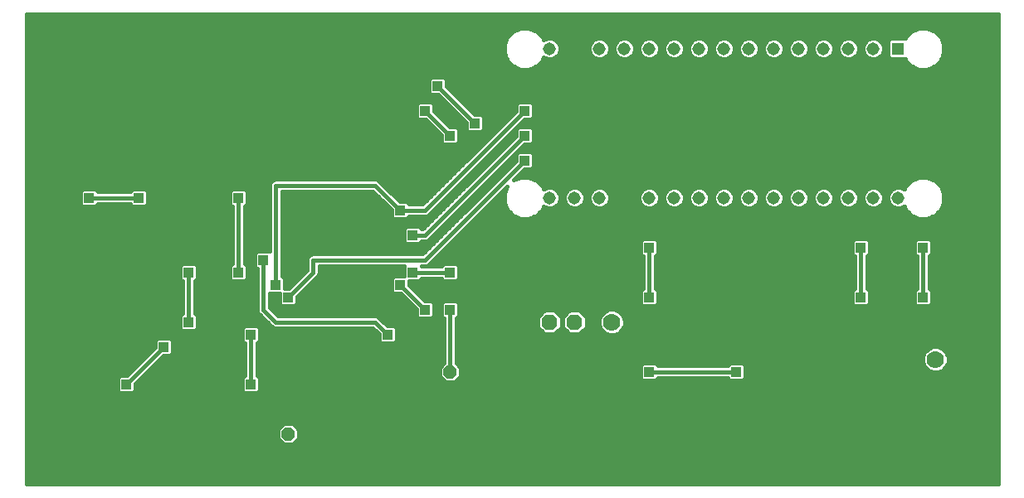
<source format=gbl>
G75*
%MOIN*%
%OFA0B0*%
%FSLAX24Y24*%
%IPPOS*%
%LPD*%
%AMOC8*
5,1,8,0,0,1.08239X$1,22.5*
%
%ADD10R,0.0515X0.0515*%
%ADD11C,0.0515*%
%ADD12C,0.0700*%
%ADD13OC8,0.0630*%
%ADD14OC8,0.0520*%
%ADD15C,0.0160*%
%ADD16R,0.0396X0.0396*%
D10*
X035680Y018180D03*
D11*
X034680Y018180D03*
X033680Y018180D03*
X032680Y018180D03*
X031680Y018180D03*
X030680Y018180D03*
X029680Y018180D03*
X028680Y018180D03*
X027680Y018180D03*
X026680Y018180D03*
X025680Y018180D03*
X024680Y018180D03*
X023680Y018180D03*
X022680Y018180D03*
X021680Y018180D03*
X021680Y012180D03*
X022680Y012180D03*
X023680Y012180D03*
X024680Y012180D03*
X025680Y012180D03*
X026680Y012180D03*
X027680Y012180D03*
X028680Y012180D03*
X029680Y012180D03*
X030680Y012180D03*
X031680Y012180D03*
X032680Y012180D03*
X033680Y012180D03*
X034680Y012180D03*
X035680Y012180D03*
D12*
X024180Y007180D03*
X037180Y005680D03*
D13*
X022680Y007180D03*
X021680Y007180D03*
D14*
X017680Y005180D03*
X014180Y002680D03*
X011180Y002680D03*
X017680Y002180D03*
D15*
X000660Y000660D02*
X000660Y019570D01*
X039692Y019570D01*
X039692Y000660D01*
X000660Y000660D01*
X000660Y000814D02*
X039692Y000814D01*
X039692Y000973D02*
X000660Y000973D01*
X000660Y001131D02*
X039692Y001131D01*
X039692Y001290D02*
X000660Y001290D01*
X000660Y001448D02*
X039692Y001448D01*
X039692Y001607D02*
X000660Y001607D01*
X000660Y001765D02*
X039692Y001765D01*
X039692Y001924D02*
X000660Y001924D01*
X000660Y002082D02*
X039692Y002082D01*
X039692Y002241D02*
X000660Y002241D01*
X000660Y002399D02*
X010867Y002399D01*
X010760Y002506D02*
X011006Y002260D01*
X011354Y002260D01*
X011600Y002506D01*
X011600Y002854D01*
X011354Y003100D01*
X011006Y003100D01*
X010760Y002854D01*
X010760Y002506D01*
X010760Y002558D02*
X000660Y002558D01*
X000660Y002716D02*
X010760Y002716D01*
X010781Y002875D02*
X000660Y002875D01*
X000660Y003033D02*
X010939Y003033D01*
X011421Y003033D02*
X039692Y003033D01*
X039692Y002875D02*
X011579Y002875D01*
X011600Y002716D02*
X039692Y002716D01*
X039692Y002558D02*
X011600Y002558D01*
X011493Y002399D02*
X039692Y002399D01*
X039692Y003192D02*
X000660Y003192D01*
X000660Y003350D02*
X039692Y003350D01*
X039692Y003509D02*
X000660Y003509D01*
X000660Y003667D02*
X039692Y003667D01*
X039692Y003826D02*
X000660Y003826D01*
X000660Y003984D02*
X039692Y003984D01*
X039692Y004143D02*
X000660Y004143D01*
X000660Y004301D02*
X039692Y004301D01*
X039692Y004460D02*
X010038Y004460D01*
X010038Y004416D02*
X009944Y004322D01*
X009416Y004322D01*
X009322Y004416D01*
X009322Y004944D01*
X009416Y005038D01*
X009440Y005038D01*
X009440Y006322D01*
X009416Y006322D01*
X009322Y006416D01*
X009322Y006944D01*
X009416Y007038D01*
X009944Y007038D01*
X010038Y006944D01*
X010038Y006416D01*
X009944Y006322D01*
X009920Y006322D01*
X009920Y005038D01*
X009944Y005038D01*
X010038Y004944D01*
X010038Y004416D01*
X010038Y004618D02*
X039692Y004618D01*
X039692Y004777D02*
X017870Y004777D01*
X017854Y004760D02*
X018100Y005006D01*
X018100Y005354D01*
X017920Y005534D01*
X017920Y007322D01*
X017944Y007322D01*
X018038Y007416D01*
X018038Y007944D01*
X017944Y008038D01*
X017416Y008038D01*
X017322Y007944D01*
X017322Y007416D01*
X017416Y007322D01*
X017440Y007322D01*
X017440Y005534D01*
X017260Y005354D01*
X017260Y005006D01*
X017506Y004760D01*
X017854Y004760D01*
X018029Y004935D02*
X025322Y004935D01*
X025322Y004916D02*
X025416Y004822D01*
X025944Y004822D01*
X026038Y004916D01*
X026038Y004940D01*
X028822Y004940D01*
X028822Y004916D01*
X028916Y004822D01*
X029444Y004822D01*
X029538Y004916D01*
X029538Y005444D01*
X029444Y005538D01*
X028916Y005538D01*
X028822Y005444D01*
X028822Y005420D01*
X026038Y005420D01*
X026038Y005444D01*
X025944Y005538D01*
X025416Y005538D01*
X025322Y005444D01*
X025322Y004916D01*
X025322Y005094D02*
X018100Y005094D01*
X018100Y005252D02*
X025322Y005252D01*
X025322Y005411D02*
X018043Y005411D01*
X017920Y005569D02*
X036674Y005569D01*
X036670Y005579D02*
X036748Y005391D01*
X036891Y005248D01*
X037079Y005170D01*
X037281Y005170D01*
X037469Y005248D01*
X037612Y005391D01*
X037690Y005579D01*
X037690Y005781D01*
X037612Y005969D01*
X037469Y006112D01*
X037281Y006190D01*
X037079Y006190D01*
X036891Y006112D01*
X036748Y005969D01*
X036670Y005781D01*
X036670Y005579D01*
X036670Y005728D02*
X017920Y005728D01*
X017920Y005886D02*
X036713Y005886D01*
X036823Y006045D02*
X017920Y006045D01*
X017920Y006203D02*
X039692Y006203D01*
X039692Y006045D02*
X037537Y006045D01*
X037647Y005886D02*
X039692Y005886D01*
X039692Y005728D02*
X037690Y005728D01*
X037686Y005569D02*
X039692Y005569D01*
X039692Y005411D02*
X037620Y005411D01*
X037473Y005252D02*
X039692Y005252D01*
X039692Y005094D02*
X029538Y005094D01*
X029538Y005252D02*
X036887Y005252D01*
X036740Y005411D02*
X029538Y005411D01*
X029180Y005180D02*
X025680Y005180D01*
X026038Y004935D02*
X028822Y004935D01*
X029538Y004935D02*
X039692Y004935D01*
X039692Y006362D02*
X017920Y006362D01*
X017920Y006520D02*
X039692Y006520D01*
X039692Y006679D02*
X024302Y006679D01*
X024281Y006670D02*
X024469Y006748D01*
X024612Y006891D01*
X024690Y007079D01*
X024690Y007281D01*
X024612Y007469D01*
X024469Y007612D01*
X024281Y007690D01*
X024079Y007690D01*
X023891Y007612D01*
X023748Y007469D01*
X023670Y007281D01*
X023670Y007079D01*
X023748Y006891D01*
X023891Y006748D01*
X024079Y006670D01*
X024281Y006670D01*
X024058Y006679D02*
X017920Y006679D01*
X017920Y006837D02*
X021351Y006837D01*
X021483Y006705D02*
X021205Y006983D01*
X021205Y007377D01*
X021483Y007655D01*
X021877Y007655D01*
X022155Y007377D01*
X022155Y006983D01*
X021877Y006705D01*
X021483Y006705D01*
X021205Y006996D02*
X017920Y006996D01*
X017920Y007154D02*
X021205Y007154D01*
X021205Y007313D02*
X017920Y007313D01*
X018038Y007471D02*
X021299Y007471D01*
X021458Y007630D02*
X018038Y007630D01*
X018038Y007788D02*
X039692Y007788D01*
X039692Y007630D02*
X024427Y007630D01*
X024610Y007471D02*
X039692Y007471D01*
X039692Y007313D02*
X024677Y007313D01*
X024690Y007154D02*
X039692Y007154D01*
X039692Y006996D02*
X024656Y006996D01*
X024558Y006837D02*
X039692Y006837D01*
X039692Y007947D02*
X037038Y007947D01*
X037038Y007916D02*
X037038Y008444D01*
X036944Y008538D01*
X036920Y008538D01*
X036920Y009822D01*
X036944Y009822D01*
X037038Y009916D01*
X037038Y010444D01*
X036944Y010538D01*
X036416Y010538D01*
X036322Y010444D01*
X036322Y009916D01*
X036416Y009822D01*
X036440Y009822D01*
X036440Y008538D01*
X036416Y008538D01*
X036322Y008444D01*
X036322Y007916D01*
X036416Y007822D01*
X036944Y007822D01*
X037038Y007916D01*
X037038Y008105D02*
X039692Y008105D01*
X039692Y008264D02*
X037038Y008264D01*
X037038Y008422D02*
X039692Y008422D01*
X039692Y008581D02*
X036920Y008581D01*
X036920Y008739D02*
X039692Y008739D01*
X039692Y008898D02*
X036920Y008898D01*
X036920Y009056D02*
X039692Y009056D01*
X039692Y009215D02*
X036920Y009215D01*
X036920Y009373D02*
X039692Y009373D01*
X039692Y009532D02*
X036920Y009532D01*
X036920Y009690D02*
X039692Y009690D01*
X039692Y009849D02*
X036971Y009849D01*
X037038Y010007D02*
X039692Y010007D01*
X039692Y010166D02*
X037038Y010166D01*
X037038Y010324D02*
X039692Y010324D01*
X039692Y010483D02*
X037000Y010483D01*
X036680Y010180D02*
X036680Y008180D01*
X036322Y008105D02*
X034538Y008105D01*
X034538Y007947D02*
X036322Y007947D01*
X036322Y008264D02*
X034538Y008264D01*
X034538Y008422D02*
X036322Y008422D01*
X036440Y008581D02*
X034420Y008581D01*
X034420Y008538D02*
X034420Y009822D01*
X034444Y009822D01*
X034538Y009916D01*
X034538Y010444D01*
X034444Y010538D01*
X033916Y010538D01*
X033822Y010444D01*
X033822Y009916D01*
X033916Y009822D01*
X033940Y009822D01*
X033940Y008538D01*
X033916Y008538D01*
X033822Y008444D01*
X033822Y007916D01*
X033916Y007822D01*
X034444Y007822D01*
X034538Y007916D01*
X034538Y008444D01*
X034444Y008538D01*
X034420Y008538D01*
X034420Y008739D02*
X036440Y008739D01*
X036440Y008898D02*
X034420Y008898D01*
X034420Y009056D02*
X036440Y009056D01*
X036440Y009215D02*
X034420Y009215D01*
X034420Y009373D02*
X036440Y009373D01*
X036440Y009532D02*
X034420Y009532D01*
X034420Y009690D02*
X036440Y009690D01*
X036389Y009849D02*
X034471Y009849D01*
X034538Y010007D02*
X036322Y010007D01*
X036322Y010166D02*
X034538Y010166D01*
X034538Y010324D02*
X036322Y010324D01*
X036360Y010483D02*
X034500Y010483D01*
X034180Y010180D02*
X034180Y008180D01*
X033822Y008105D02*
X026038Y008105D01*
X026038Y007947D02*
X033822Y007947D01*
X033822Y008264D02*
X026038Y008264D01*
X026038Y008422D02*
X033822Y008422D01*
X033940Y008581D02*
X025920Y008581D01*
X025920Y008538D02*
X025920Y009822D01*
X025944Y009822D01*
X026038Y009916D01*
X026038Y010444D01*
X025944Y010538D01*
X025416Y010538D01*
X025322Y010444D01*
X025322Y009916D01*
X025416Y009822D01*
X025440Y009822D01*
X025440Y008538D01*
X025416Y008538D01*
X025322Y008444D01*
X025322Y007916D01*
X025416Y007822D01*
X025944Y007822D01*
X026038Y007916D01*
X026038Y008444D01*
X025944Y008538D01*
X025920Y008538D01*
X025920Y008739D02*
X033940Y008739D01*
X033940Y008898D02*
X025920Y008898D01*
X025920Y009056D02*
X033940Y009056D01*
X033940Y009215D02*
X025920Y009215D01*
X025920Y009373D02*
X033940Y009373D01*
X033940Y009532D02*
X025920Y009532D01*
X025920Y009690D02*
X033940Y009690D01*
X033889Y009849D02*
X025971Y009849D01*
X026038Y010007D02*
X033822Y010007D01*
X033822Y010166D02*
X026038Y010166D01*
X026038Y010324D02*
X033822Y010324D01*
X033860Y010483D02*
X026000Y010483D01*
X025680Y010180D02*
X025680Y008180D01*
X025322Y008105D02*
X016594Y008105D01*
X016661Y008038D02*
X016038Y008661D01*
X016038Y008822D01*
X016444Y008822D01*
X016538Y008916D01*
X016538Y008940D01*
X017322Y008940D01*
X017322Y008916D01*
X017416Y008822D01*
X017944Y008822D01*
X018038Y008916D01*
X018038Y009444D01*
X017944Y009538D01*
X017416Y009538D01*
X017322Y009444D01*
X017322Y009420D01*
X016538Y009420D01*
X016538Y009440D01*
X016728Y009440D01*
X016816Y009477D01*
X016883Y009544D01*
X019967Y012628D01*
X019850Y012345D01*
X019850Y012015D01*
X019976Y011710D01*
X020210Y011476D01*
X020515Y011350D01*
X020845Y011350D01*
X021150Y011476D01*
X021384Y011710D01*
X021435Y011834D01*
X021444Y011826D01*
X021597Y011763D01*
X021763Y011763D01*
X021916Y011826D01*
X022034Y011944D01*
X022097Y012097D01*
X022097Y012263D01*
X022034Y012416D01*
X021916Y012534D01*
X021763Y012597D01*
X021597Y012597D01*
X021444Y012534D01*
X021435Y012526D01*
X021384Y012650D01*
X021150Y012884D01*
X020845Y013010D01*
X020515Y013010D01*
X020232Y012893D01*
X020661Y013322D01*
X020944Y013322D01*
X021038Y013416D01*
X021038Y013944D01*
X020944Y014038D01*
X020416Y014038D01*
X020322Y013944D01*
X020322Y013661D01*
X016581Y009920D01*
X012132Y009920D01*
X012044Y009883D01*
X011977Y009816D01*
X011940Y009728D01*
X011940Y009279D01*
X011199Y008538D01*
X011038Y008538D01*
X011038Y008944D01*
X010944Y009038D01*
X010920Y009038D01*
X010920Y012440D01*
X014581Y012440D01*
X015322Y011699D01*
X015322Y011416D01*
X015416Y011322D01*
X015944Y011322D01*
X016038Y011416D01*
X016038Y011440D01*
X016728Y011440D01*
X016816Y011477D01*
X016883Y011544D01*
X020661Y015322D01*
X020944Y015322D01*
X021038Y015416D01*
X021038Y015944D01*
X020944Y016038D01*
X020416Y016038D01*
X020322Y015944D01*
X020322Y015661D01*
X016581Y011920D01*
X016038Y011920D01*
X016038Y011944D01*
X015944Y012038D01*
X015661Y012038D01*
X014816Y012883D01*
X014728Y012920D01*
X010632Y012920D01*
X010544Y012883D01*
X010477Y012816D01*
X010440Y012728D01*
X010440Y010038D01*
X009916Y010038D01*
X009822Y009944D01*
X009822Y009416D01*
X009916Y009322D01*
X009940Y009322D01*
X009940Y007632D01*
X009977Y007544D01*
X010044Y007477D01*
X010544Y006977D01*
X010632Y006940D01*
X014581Y006940D01*
X014822Y006699D01*
X014822Y006416D01*
X014916Y006322D01*
X015444Y006322D01*
X015538Y006416D01*
X015538Y006944D01*
X015444Y007038D01*
X015161Y007038D01*
X014883Y007316D01*
X014816Y007383D01*
X014728Y007420D01*
X010779Y007420D01*
X010420Y007779D01*
X010420Y008322D01*
X010822Y008322D01*
X010822Y007916D01*
X010916Y007822D01*
X011444Y007822D01*
X011538Y007916D01*
X011538Y008199D01*
X012316Y008977D01*
X012383Y009044D01*
X012420Y009132D01*
X012420Y009440D01*
X015822Y009440D01*
X015822Y009038D01*
X015416Y009038D01*
X015322Y008944D01*
X015322Y008416D01*
X015416Y008322D01*
X015699Y008322D01*
X016322Y007699D01*
X016322Y007416D01*
X016416Y007322D01*
X016944Y007322D01*
X017038Y007416D01*
X017038Y007944D01*
X016944Y008038D01*
X016661Y008038D01*
X016680Y007680D02*
X015680Y008680D01*
X016038Y008739D02*
X025440Y008739D01*
X025440Y008581D02*
X016119Y008581D01*
X016277Y008422D02*
X025322Y008422D01*
X025322Y008264D02*
X016436Y008264D01*
X015916Y008105D02*
X011538Y008105D01*
X011538Y007947D02*
X016074Y007947D01*
X016233Y007788D02*
X010420Y007788D01*
X010420Y007947D02*
X010822Y007947D01*
X010822Y008105D02*
X010420Y008105D01*
X010420Y008264D02*
X010822Y008264D01*
X011180Y008180D02*
X012180Y009180D01*
X012180Y009680D01*
X016680Y009680D01*
X020680Y013680D01*
X021038Y013653D02*
X039692Y013653D01*
X039692Y013811D02*
X021038Y013811D01*
X021013Y013970D02*
X039692Y013970D01*
X039692Y014128D02*
X020467Y014128D01*
X020347Y013970D02*
X020309Y013970D01*
X020322Y013811D02*
X020150Y013811D01*
X019992Y013653D02*
X020313Y013653D01*
X020155Y013494D02*
X019833Y013494D01*
X019675Y013336D02*
X019996Y013336D01*
X019838Y013177D02*
X019516Y013177D01*
X019358Y013019D02*
X019679Y013019D01*
X019521Y012860D02*
X019199Y012860D01*
X019041Y012702D02*
X019362Y012702D01*
X019204Y012543D02*
X018882Y012543D01*
X018724Y012385D02*
X019045Y012385D01*
X018887Y012226D02*
X018565Y012226D01*
X018407Y012068D02*
X018728Y012068D01*
X018570Y011909D02*
X018248Y011909D01*
X018090Y011751D02*
X018411Y011751D01*
X018253Y011592D02*
X017931Y011592D01*
X017773Y011434D02*
X018094Y011434D01*
X017936Y011275D02*
X017614Y011275D01*
X017456Y011117D02*
X017777Y011117D01*
X017619Y010958D02*
X017297Y010958D01*
X017139Y010800D02*
X017460Y010800D01*
X017302Y010641D02*
X016980Y010641D01*
X016822Y010483D02*
X017143Y010483D01*
X016985Y010324D02*
X016447Y010324D01*
X016444Y010322D02*
X016538Y010416D01*
X016538Y010440D01*
X016728Y010440D01*
X016816Y010477D01*
X020661Y014322D01*
X020944Y014322D01*
X021038Y014416D01*
X021038Y014944D01*
X020944Y015038D01*
X020416Y015038D01*
X020322Y014944D01*
X020322Y014661D01*
X016581Y010920D01*
X016538Y010920D01*
X016538Y010944D01*
X016444Y011038D01*
X015916Y011038D01*
X015822Y010944D01*
X015822Y010416D01*
X015916Y010322D01*
X016444Y010322D01*
X016826Y010166D02*
X010920Y010166D01*
X010920Y010324D02*
X015913Y010324D01*
X015822Y010483D02*
X010920Y010483D01*
X010920Y010641D02*
X015822Y010641D01*
X015822Y010800D02*
X010920Y010800D01*
X010920Y010958D02*
X015836Y010958D01*
X015680Y011180D02*
X014680Y011680D01*
X015270Y011751D02*
X010920Y011751D01*
X010920Y011909D02*
X015112Y011909D01*
X014953Y012068D02*
X010920Y012068D01*
X010920Y012226D02*
X014795Y012226D01*
X014636Y012385D02*
X010920Y012385D01*
X010680Y012680D02*
X014680Y012680D01*
X015680Y011680D01*
X016680Y011680D01*
X020680Y015680D01*
X021038Y015713D02*
X039692Y015713D01*
X039692Y015555D02*
X021038Y015555D01*
X021019Y015396D02*
X039692Y015396D01*
X039692Y015238D02*
X020577Y015238D01*
X020418Y015079D02*
X039692Y015079D01*
X039692Y014921D02*
X021038Y014921D01*
X021038Y014762D02*
X039692Y014762D01*
X039692Y014604D02*
X021038Y014604D01*
X021038Y014445D02*
X039692Y014445D01*
X039692Y014287D02*
X020626Y014287D01*
X020106Y014445D02*
X019784Y014445D01*
X019626Y014287D02*
X019947Y014287D01*
X019789Y014128D02*
X019467Y014128D01*
X019309Y013970D02*
X019630Y013970D01*
X019472Y013811D02*
X019150Y013811D01*
X018992Y013653D02*
X019313Y013653D01*
X019155Y013494D02*
X018833Y013494D01*
X018675Y013336D02*
X018996Y013336D01*
X018838Y013177D02*
X018516Y013177D01*
X018358Y013019D02*
X018679Y013019D01*
X018521Y012860D02*
X018199Y012860D01*
X018041Y012702D02*
X018362Y012702D01*
X018204Y012543D02*
X017882Y012543D01*
X017724Y012385D02*
X018045Y012385D01*
X017887Y012226D02*
X017565Y012226D01*
X017407Y012068D02*
X017728Y012068D01*
X017570Y011909D02*
X017248Y011909D01*
X017090Y011751D02*
X017411Y011751D01*
X017253Y011592D02*
X016931Y011592D01*
X017094Y011434D02*
X016038Y011434D01*
X016524Y010958D02*
X016619Y010958D01*
X016777Y011117D02*
X010920Y011117D01*
X010920Y011275D02*
X016936Y011275D01*
X016680Y010680D02*
X016180Y010680D01*
X016680Y010680D02*
X020680Y014680D01*
X020322Y014762D02*
X020101Y014762D01*
X019943Y014604D02*
X020264Y014604D01*
X020260Y014921D02*
X020322Y014921D01*
X019898Y015238D02*
X019038Y015238D01*
X019038Y015396D02*
X020057Y015396D01*
X020215Y015555D02*
X018645Y015555D01*
X018661Y015538D02*
X017538Y016661D01*
X017538Y016944D01*
X017444Y017038D01*
X016916Y017038D01*
X016822Y016944D01*
X016822Y016416D01*
X016916Y016322D01*
X017199Y016322D01*
X018322Y015199D01*
X018322Y014916D01*
X018416Y014822D01*
X018944Y014822D01*
X019038Y014916D01*
X019038Y015444D01*
X018944Y015538D01*
X018661Y015538D01*
X018486Y015713D02*
X020322Y015713D01*
X020322Y015872D02*
X018328Y015872D01*
X018169Y016030D02*
X020408Y016030D01*
X020952Y016030D02*
X039692Y016030D01*
X039692Y015872D02*
X021038Y015872D01*
X019740Y015079D02*
X019038Y015079D01*
X019038Y014921D02*
X019581Y014921D01*
X019423Y014762D02*
X018038Y014762D01*
X018038Y014604D02*
X019264Y014604D01*
X019106Y014445D02*
X018038Y014445D01*
X018038Y014416D02*
X017944Y014322D01*
X017416Y014322D01*
X017322Y014416D01*
X017322Y014699D01*
X016699Y015322D01*
X016416Y015322D01*
X016322Y015416D01*
X016322Y015944D01*
X016416Y016038D01*
X016944Y016038D01*
X017038Y015944D01*
X017038Y015661D01*
X017661Y015038D01*
X017944Y015038D01*
X018038Y014944D01*
X018038Y014416D01*
X017680Y014680D02*
X016680Y015680D01*
X017038Y015713D02*
X017808Y015713D01*
X017966Y015555D02*
X017145Y015555D01*
X017303Y015396D02*
X018125Y015396D01*
X018283Y015238D02*
X017462Y015238D01*
X017620Y015079D02*
X018322Y015079D01*
X018322Y014921D02*
X018038Y014921D01*
X018680Y015180D02*
X017180Y016680D01*
X017538Y016664D02*
X039692Y016664D01*
X039692Y016506D02*
X017694Y016506D01*
X017852Y016347D02*
X039692Y016347D01*
X039692Y016189D02*
X018011Y016189D01*
X017491Y016030D02*
X016952Y016030D01*
X017038Y015872D02*
X017649Y015872D01*
X017332Y016189D02*
X000660Y016189D01*
X000660Y016347D02*
X016890Y016347D01*
X016822Y016506D02*
X000660Y016506D01*
X000660Y016664D02*
X016822Y016664D01*
X016822Y016823D02*
X000660Y016823D01*
X000660Y016981D02*
X016859Y016981D01*
X017501Y016981D02*
X039692Y016981D01*
X039692Y016823D02*
X017538Y016823D01*
X016408Y016030D02*
X000660Y016030D01*
X000660Y015872D02*
X016322Y015872D01*
X016322Y015713D02*
X000660Y015713D01*
X000660Y015555D02*
X016322Y015555D01*
X016341Y015396D02*
X000660Y015396D01*
X000660Y015238D02*
X016783Y015238D01*
X016942Y015079D02*
X000660Y015079D01*
X000660Y014921D02*
X017100Y014921D01*
X017259Y014762D02*
X000660Y014762D01*
X000660Y014604D02*
X017322Y014604D01*
X017322Y014445D02*
X000660Y014445D01*
X000660Y014287D02*
X018947Y014287D01*
X018789Y014128D02*
X000660Y014128D01*
X000660Y013970D02*
X018630Y013970D01*
X018472Y013811D02*
X000660Y013811D01*
X000660Y013653D02*
X018313Y013653D01*
X018155Y013494D02*
X000660Y013494D01*
X000660Y013336D02*
X017996Y013336D01*
X017838Y013177D02*
X000660Y013177D01*
X000660Y013019D02*
X017679Y013019D01*
X017521Y012860D02*
X014839Y012860D01*
X014998Y012702D02*
X017362Y012702D01*
X017204Y012543D02*
X015156Y012543D01*
X015315Y012385D02*
X017045Y012385D01*
X016887Y012226D02*
X015473Y012226D01*
X015632Y012068D02*
X016728Y012068D01*
X015322Y011592D02*
X010920Y011592D01*
X010920Y011434D02*
X015322Y011434D01*
X017505Y010166D02*
X025322Y010166D01*
X025322Y010324D02*
X017663Y010324D01*
X017822Y010483D02*
X025360Y010483D01*
X025322Y010007D02*
X017346Y010007D01*
X017188Y009849D02*
X025389Y009849D01*
X025440Y009690D02*
X017029Y009690D01*
X016871Y009532D02*
X017409Y009532D01*
X017951Y009532D02*
X025440Y009532D01*
X025440Y009373D02*
X018038Y009373D01*
X018038Y009215D02*
X025440Y009215D01*
X025440Y009056D02*
X018038Y009056D01*
X018020Y008898D02*
X025440Y008898D01*
X025322Y007947D02*
X018036Y007947D01*
X017680Y007680D02*
X017680Y005180D01*
X017260Y005252D02*
X009920Y005252D01*
X009920Y005094D02*
X017260Y005094D01*
X017331Y004935D02*
X010038Y004935D01*
X010038Y004777D02*
X017490Y004777D01*
X017317Y005411D02*
X009920Y005411D01*
X009920Y005569D02*
X017440Y005569D01*
X017440Y005728D02*
X009920Y005728D01*
X009920Y005886D02*
X017440Y005886D01*
X017440Y006045D02*
X009920Y006045D01*
X009920Y006203D02*
X017440Y006203D01*
X017440Y006362D02*
X015484Y006362D01*
X015538Y006520D02*
X017440Y006520D01*
X017440Y006679D02*
X015538Y006679D01*
X015538Y006837D02*
X017440Y006837D01*
X017440Y006996D02*
X015487Y006996D01*
X015180Y006680D02*
X014680Y007180D01*
X010680Y007180D01*
X010180Y007680D01*
X010180Y009680D01*
X009822Y009690D02*
X009420Y009690D01*
X009420Y009538D02*
X009420Y011822D01*
X009444Y011822D01*
X009538Y011916D01*
X009538Y012444D01*
X009444Y012538D01*
X008916Y012538D01*
X008822Y012444D01*
X008822Y011916D01*
X008916Y011822D01*
X008940Y011822D01*
X008940Y009538D01*
X008916Y009538D01*
X008822Y009444D01*
X008822Y008916D01*
X008916Y008822D01*
X009444Y008822D01*
X009538Y008916D01*
X009538Y009444D01*
X009444Y009538D01*
X009420Y009538D01*
X009451Y009532D02*
X009822Y009532D01*
X009864Y009373D02*
X009538Y009373D01*
X009538Y009215D02*
X009940Y009215D01*
X009940Y009056D02*
X009538Y009056D01*
X009520Y008898D02*
X009940Y008898D01*
X009940Y008739D02*
X007420Y008739D01*
X007420Y008822D02*
X007444Y008822D01*
X007538Y008916D01*
X007538Y009444D01*
X007444Y009538D01*
X006916Y009538D01*
X006822Y009444D01*
X006822Y008916D01*
X006916Y008822D01*
X006940Y008822D01*
X006940Y007538D01*
X006916Y007538D01*
X006822Y007444D01*
X006822Y006916D01*
X006916Y006822D01*
X007444Y006822D01*
X007538Y006916D01*
X007538Y007444D01*
X007444Y007538D01*
X007420Y007538D01*
X007420Y008822D01*
X007520Y008898D02*
X008840Y008898D01*
X008822Y009056D02*
X007538Y009056D01*
X007538Y009215D02*
X008822Y009215D01*
X008822Y009373D02*
X007538Y009373D01*
X007451Y009532D02*
X008909Y009532D01*
X008940Y009690D02*
X000660Y009690D01*
X000660Y009532D02*
X006909Y009532D01*
X006822Y009373D02*
X000660Y009373D01*
X000660Y009215D02*
X006822Y009215D01*
X006822Y009056D02*
X000660Y009056D01*
X000660Y008898D02*
X006840Y008898D01*
X006940Y008739D02*
X000660Y008739D01*
X000660Y008581D02*
X006940Y008581D01*
X006940Y008422D02*
X000660Y008422D01*
X000660Y008264D02*
X006940Y008264D01*
X006940Y008105D02*
X000660Y008105D01*
X000660Y007947D02*
X006940Y007947D01*
X006940Y007788D02*
X000660Y007788D01*
X000660Y007630D02*
X006940Y007630D01*
X006849Y007471D02*
X000660Y007471D01*
X000660Y007313D02*
X006822Y007313D01*
X006822Y007154D02*
X000660Y007154D01*
X000660Y006996D02*
X006822Y006996D01*
X006900Y006837D02*
X000660Y006837D01*
X000660Y006679D02*
X009322Y006679D01*
X009322Y006837D02*
X007460Y006837D01*
X007538Y006996D02*
X009373Y006996D01*
X009680Y006680D02*
X009680Y004680D01*
X009322Y004618D02*
X005038Y004618D01*
X005038Y004699D02*
X005038Y004416D01*
X004944Y004322D01*
X004416Y004322D01*
X004322Y004416D01*
X004322Y004944D01*
X004416Y005038D01*
X004699Y005038D01*
X005822Y006161D01*
X005822Y006444D01*
X005916Y006538D01*
X006444Y006538D01*
X006538Y006444D01*
X006538Y005916D01*
X006444Y005822D01*
X006161Y005822D01*
X005038Y004699D01*
X005116Y004777D02*
X009322Y004777D01*
X009322Y004935D02*
X005274Y004935D01*
X005433Y005094D02*
X009440Y005094D01*
X009440Y005252D02*
X005591Y005252D01*
X005750Y005411D02*
X009440Y005411D01*
X009440Y005569D02*
X005908Y005569D01*
X006067Y005728D02*
X009440Y005728D01*
X009440Y005886D02*
X006509Y005886D01*
X006538Y006045D02*
X009440Y006045D01*
X009440Y006203D02*
X006538Y006203D01*
X006538Y006362D02*
X009376Y006362D01*
X009322Y006520D02*
X006462Y006520D01*
X005898Y006520D02*
X000660Y006520D01*
X000660Y006362D02*
X005822Y006362D01*
X005822Y006203D02*
X000660Y006203D01*
X000660Y006045D02*
X005705Y006045D01*
X005547Y005886D02*
X000660Y005886D01*
X000660Y005728D02*
X005388Y005728D01*
X005230Y005569D02*
X000660Y005569D01*
X000660Y005411D02*
X005071Y005411D01*
X004913Y005252D02*
X000660Y005252D01*
X000660Y005094D02*
X004754Y005094D01*
X004322Y004935D02*
X000660Y004935D01*
X000660Y004777D02*
X004322Y004777D01*
X004322Y004618D02*
X000660Y004618D01*
X000660Y004460D02*
X004322Y004460D01*
X004680Y004680D02*
X006180Y006180D01*
X007180Y007180D02*
X007180Y009180D01*
X007420Y008581D02*
X009940Y008581D01*
X009940Y008422D02*
X007420Y008422D01*
X007420Y008264D02*
X009940Y008264D01*
X009940Y008105D02*
X007420Y008105D01*
X007420Y007947D02*
X009940Y007947D01*
X009940Y007788D02*
X007420Y007788D01*
X007420Y007630D02*
X009941Y007630D01*
X010050Y007471D02*
X007511Y007471D01*
X007538Y007313D02*
X010208Y007313D01*
X010367Y007154D02*
X007538Y007154D01*
X009987Y006996D02*
X010525Y006996D01*
X010038Y006837D02*
X014684Y006837D01*
X014822Y006679D02*
X010038Y006679D01*
X010038Y006520D02*
X014822Y006520D01*
X014876Y006362D02*
X009984Y006362D01*
X011680Y006680D02*
X012180Y006180D01*
X014887Y007313D02*
X017440Y007313D01*
X017440Y007154D02*
X015045Y007154D01*
X016322Y007471D02*
X010728Y007471D01*
X010570Y007630D02*
X016322Y007630D01*
X017038Y007630D02*
X017322Y007630D01*
X017322Y007788D02*
X017038Y007788D01*
X017036Y007947D02*
X017324Y007947D01*
X017322Y007471D02*
X017038Y007471D01*
X015757Y008264D02*
X011603Y008264D01*
X011761Y008422D02*
X015322Y008422D01*
X015322Y008581D02*
X011920Y008581D01*
X012078Y008739D02*
X015322Y008739D01*
X015322Y008898D02*
X012237Y008898D01*
X012388Y009056D02*
X015822Y009056D01*
X015822Y009215D02*
X012420Y009215D01*
X012420Y009373D02*
X015822Y009373D01*
X016180Y009180D02*
X017680Y009180D01*
X017340Y008898D02*
X016520Y008898D01*
X016668Y010007D02*
X010920Y010007D01*
X010920Y009849D02*
X012009Y009849D01*
X011940Y009690D02*
X010920Y009690D01*
X010920Y009532D02*
X011940Y009532D01*
X011940Y009373D02*
X010920Y009373D01*
X010920Y009215D02*
X011875Y009215D01*
X011717Y009056D02*
X010920Y009056D01*
X011038Y008898D02*
X011558Y008898D01*
X011400Y008739D02*
X011038Y008739D01*
X011038Y008581D02*
X011241Y008581D01*
X010680Y008680D02*
X010680Y012680D01*
X010521Y012860D02*
X000660Y012860D01*
X000660Y012702D02*
X010440Y012702D01*
X010440Y012543D02*
X000660Y012543D01*
X000660Y012385D02*
X002822Y012385D01*
X002822Y012444D02*
X002822Y011916D01*
X002916Y011822D01*
X003444Y011822D01*
X003538Y011916D01*
X003538Y011940D01*
X004822Y011940D01*
X004822Y011916D01*
X004916Y011822D01*
X005444Y011822D01*
X005538Y011916D01*
X005538Y012444D01*
X005444Y012538D01*
X004916Y012538D01*
X004822Y012444D01*
X004822Y012420D01*
X003538Y012420D01*
X003538Y012444D01*
X003444Y012538D01*
X002916Y012538D01*
X002822Y012444D01*
X002822Y012226D02*
X000660Y012226D01*
X000660Y012068D02*
X002822Y012068D01*
X002828Y011909D02*
X000660Y011909D01*
X000660Y011751D02*
X008940Y011751D01*
X008940Y011592D02*
X000660Y011592D01*
X000660Y011434D02*
X008940Y011434D01*
X008940Y011275D02*
X000660Y011275D01*
X000660Y011117D02*
X008940Y011117D01*
X008940Y010958D02*
X000660Y010958D01*
X000660Y010800D02*
X008940Y010800D01*
X008940Y010641D02*
X000660Y010641D01*
X000660Y010483D02*
X008940Y010483D01*
X008940Y010324D02*
X000660Y010324D01*
X000660Y010166D02*
X008940Y010166D01*
X008940Y010007D02*
X000660Y010007D01*
X000660Y009849D02*
X008940Y009849D01*
X009420Y009849D02*
X009822Y009849D01*
X009885Y010007D02*
X009420Y010007D01*
X009420Y010166D02*
X010440Y010166D01*
X010440Y010324D02*
X009420Y010324D01*
X009420Y010483D02*
X010440Y010483D01*
X010440Y010641D02*
X009420Y010641D01*
X009420Y010800D02*
X010440Y010800D01*
X010440Y010958D02*
X009420Y010958D01*
X009420Y011117D02*
X010440Y011117D01*
X010440Y011275D02*
X009420Y011275D01*
X009420Y011434D02*
X010440Y011434D01*
X010440Y011592D02*
X009420Y011592D01*
X009420Y011751D02*
X010440Y011751D01*
X010440Y011909D02*
X009532Y011909D01*
X009538Y012068D02*
X010440Y012068D01*
X010440Y012226D02*
X009538Y012226D01*
X009538Y012385D02*
X010440Y012385D01*
X009180Y012180D02*
X009180Y009180D01*
X011180Y010180D02*
X011180Y010680D01*
X008828Y011909D02*
X005532Y011909D01*
X005538Y012068D02*
X008822Y012068D01*
X008822Y012226D02*
X005538Y012226D01*
X005538Y012385D02*
X008822Y012385D01*
X005180Y012180D02*
X003180Y012180D01*
X003532Y011909D02*
X004828Y011909D01*
X001680Y009680D02*
X001180Y009680D01*
X001180Y008180D02*
X001680Y008180D01*
X005038Y004460D02*
X009322Y004460D01*
X017980Y010641D02*
X039692Y010641D01*
X039692Y010800D02*
X018139Y010800D01*
X018297Y010958D02*
X039692Y010958D01*
X039692Y011117D02*
X018456Y011117D01*
X018614Y011275D02*
X039692Y011275D01*
X039692Y011434D02*
X037047Y011434D01*
X037150Y011476D02*
X037384Y011710D01*
X037510Y012015D01*
X037510Y012345D01*
X037384Y012650D01*
X037150Y012884D01*
X036845Y013010D01*
X036515Y013010D01*
X036210Y012884D01*
X035976Y012650D01*
X035925Y012526D01*
X035916Y012534D01*
X035763Y012597D01*
X035597Y012597D01*
X035444Y012534D01*
X035326Y012416D01*
X035263Y012263D01*
X035263Y012097D01*
X035326Y011944D01*
X035444Y011826D01*
X035597Y011763D01*
X035763Y011763D01*
X035916Y011826D01*
X035925Y011834D01*
X035976Y011710D01*
X036210Y011476D01*
X036515Y011350D01*
X036845Y011350D01*
X037150Y011476D01*
X037266Y011592D02*
X039692Y011592D01*
X039692Y011751D02*
X037400Y011751D01*
X037466Y011909D02*
X039692Y011909D01*
X039692Y012068D02*
X037510Y012068D01*
X037510Y012226D02*
X039692Y012226D01*
X039692Y012385D02*
X037494Y012385D01*
X037428Y012543D02*
X039692Y012543D01*
X039692Y012702D02*
X037332Y012702D01*
X037174Y012860D02*
X039692Y012860D01*
X039692Y013019D02*
X020358Y013019D01*
X020516Y013177D02*
X039692Y013177D01*
X039692Y013336D02*
X020958Y013336D01*
X021038Y013494D02*
X039692Y013494D01*
X036186Y012860D02*
X021174Y012860D01*
X021332Y012702D02*
X036028Y012702D01*
X035932Y012543D02*
X035895Y012543D01*
X035465Y012543D02*
X034895Y012543D01*
X034916Y012534D02*
X034763Y012597D01*
X034597Y012597D01*
X034444Y012534D01*
X034326Y012416D01*
X034263Y012263D01*
X034263Y012097D01*
X034326Y011944D01*
X034444Y011826D01*
X034597Y011763D01*
X034763Y011763D01*
X034916Y011826D01*
X035034Y011944D01*
X035097Y012097D01*
X035097Y012263D01*
X035034Y012416D01*
X034916Y012534D01*
X035047Y012385D02*
X035313Y012385D01*
X035263Y012226D02*
X035097Y012226D01*
X035085Y012068D02*
X035275Y012068D01*
X035361Y011909D02*
X034999Y011909D01*
X034361Y011909D02*
X033999Y011909D01*
X034034Y011944D02*
X034097Y012097D01*
X034097Y012263D01*
X034034Y012416D01*
X033916Y012534D01*
X033763Y012597D01*
X033597Y012597D01*
X033444Y012534D01*
X033326Y012416D01*
X033263Y012263D01*
X033263Y012097D01*
X033326Y011944D01*
X033444Y011826D01*
X033597Y011763D01*
X033763Y011763D01*
X033916Y011826D01*
X034034Y011944D01*
X034085Y012068D02*
X034275Y012068D01*
X034263Y012226D02*
X034097Y012226D01*
X034047Y012385D02*
X034313Y012385D01*
X034465Y012543D02*
X033895Y012543D01*
X033465Y012543D02*
X032895Y012543D01*
X032916Y012534D02*
X032763Y012597D01*
X032597Y012597D01*
X032444Y012534D01*
X032326Y012416D01*
X032263Y012263D01*
X032263Y012097D01*
X032326Y011944D01*
X032444Y011826D01*
X032597Y011763D01*
X032763Y011763D01*
X032916Y011826D01*
X033034Y011944D01*
X033097Y012097D01*
X033097Y012263D01*
X033034Y012416D01*
X032916Y012534D01*
X033047Y012385D02*
X033313Y012385D01*
X033263Y012226D02*
X033097Y012226D01*
X033085Y012068D02*
X033275Y012068D01*
X033361Y011909D02*
X032999Y011909D01*
X032361Y011909D02*
X031999Y011909D01*
X032034Y011944D02*
X032097Y012097D01*
X032097Y012263D01*
X032034Y012416D01*
X031916Y012534D01*
X031763Y012597D01*
X031597Y012597D01*
X031444Y012534D01*
X031326Y012416D01*
X031263Y012263D01*
X031263Y012097D01*
X031326Y011944D01*
X031444Y011826D01*
X031597Y011763D01*
X031763Y011763D01*
X031916Y011826D01*
X032034Y011944D01*
X032085Y012068D02*
X032275Y012068D01*
X032263Y012226D02*
X032097Y012226D01*
X032047Y012385D02*
X032313Y012385D01*
X032465Y012543D02*
X031895Y012543D01*
X031465Y012543D02*
X030895Y012543D01*
X030916Y012534D02*
X030763Y012597D01*
X030597Y012597D01*
X030444Y012534D01*
X030326Y012416D01*
X030263Y012263D01*
X030263Y012097D01*
X030326Y011944D01*
X030444Y011826D01*
X030597Y011763D01*
X030763Y011763D01*
X030916Y011826D01*
X031034Y011944D01*
X031097Y012097D01*
X031097Y012263D01*
X031034Y012416D01*
X030916Y012534D01*
X031047Y012385D02*
X031313Y012385D01*
X031263Y012226D02*
X031097Y012226D01*
X031085Y012068D02*
X031275Y012068D01*
X031361Y011909D02*
X030999Y011909D01*
X030361Y011909D02*
X029999Y011909D01*
X030034Y011944D02*
X030097Y012097D01*
X030097Y012263D01*
X030034Y012416D01*
X029916Y012534D01*
X029763Y012597D01*
X029597Y012597D01*
X029444Y012534D01*
X029326Y012416D01*
X029263Y012263D01*
X029263Y012097D01*
X029326Y011944D01*
X029444Y011826D01*
X029597Y011763D01*
X029763Y011763D01*
X029916Y011826D01*
X030034Y011944D01*
X030085Y012068D02*
X030275Y012068D01*
X030263Y012226D02*
X030097Y012226D01*
X030047Y012385D02*
X030313Y012385D01*
X030465Y012543D02*
X029895Y012543D01*
X029465Y012543D02*
X028895Y012543D01*
X028916Y012534D02*
X028763Y012597D01*
X028597Y012597D01*
X028444Y012534D01*
X028326Y012416D01*
X028263Y012263D01*
X028263Y012097D01*
X028326Y011944D01*
X028444Y011826D01*
X028597Y011763D01*
X028763Y011763D01*
X028916Y011826D01*
X029034Y011944D01*
X029097Y012097D01*
X029097Y012263D01*
X029034Y012416D01*
X028916Y012534D01*
X029047Y012385D02*
X029313Y012385D01*
X029263Y012226D02*
X029097Y012226D01*
X029085Y012068D02*
X029275Y012068D01*
X029361Y011909D02*
X028999Y011909D01*
X028361Y011909D02*
X027999Y011909D01*
X028034Y011944D02*
X028097Y012097D01*
X028097Y012263D01*
X028034Y012416D01*
X027916Y012534D01*
X027763Y012597D01*
X027597Y012597D01*
X027444Y012534D01*
X027326Y012416D01*
X027263Y012263D01*
X027263Y012097D01*
X027326Y011944D01*
X027444Y011826D01*
X027597Y011763D01*
X027763Y011763D01*
X027916Y011826D01*
X028034Y011944D01*
X028085Y012068D02*
X028275Y012068D01*
X028263Y012226D02*
X028097Y012226D01*
X028047Y012385D02*
X028313Y012385D01*
X028465Y012543D02*
X027895Y012543D01*
X027465Y012543D02*
X026895Y012543D01*
X026916Y012534D02*
X026763Y012597D01*
X026597Y012597D01*
X026444Y012534D01*
X026326Y012416D01*
X026263Y012263D01*
X026263Y012097D01*
X026326Y011944D01*
X026444Y011826D01*
X026597Y011763D01*
X026763Y011763D01*
X026916Y011826D01*
X027034Y011944D01*
X027097Y012097D01*
X027097Y012263D01*
X027034Y012416D01*
X026916Y012534D01*
X027047Y012385D02*
X027313Y012385D01*
X027263Y012226D02*
X027097Y012226D01*
X027085Y012068D02*
X027275Y012068D01*
X027361Y011909D02*
X026999Y011909D01*
X026361Y011909D02*
X025999Y011909D01*
X026034Y011944D02*
X026097Y012097D01*
X026097Y012263D01*
X026034Y012416D01*
X025916Y012534D01*
X025763Y012597D01*
X025597Y012597D01*
X025444Y012534D01*
X025326Y012416D01*
X025263Y012263D01*
X025263Y012097D01*
X025326Y011944D01*
X025444Y011826D01*
X025597Y011763D01*
X025763Y011763D01*
X025916Y011826D01*
X026034Y011944D01*
X026085Y012068D02*
X026275Y012068D01*
X026263Y012226D02*
X026097Y012226D01*
X026047Y012385D02*
X026313Y012385D01*
X026465Y012543D02*
X025895Y012543D01*
X025465Y012543D02*
X023895Y012543D01*
X023916Y012534D02*
X023763Y012597D01*
X023597Y012597D01*
X023444Y012534D01*
X023326Y012416D01*
X023263Y012263D01*
X023263Y012097D01*
X023326Y011944D01*
X023444Y011826D01*
X023597Y011763D01*
X023763Y011763D01*
X023916Y011826D01*
X024034Y011944D01*
X024097Y012097D01*
X024097Y012263D01*
X024034Y012416D01*
X023916Y012534D01*
X024047Y012385D02*
X025313Y012385D01*
X025263Y012226D02*
X024097Y012226D01*
X024085Y012068D02*
X025275Y012068D01*
X025361Y011909D02*
X023999Y011909D01*
X023361Y011909D02*
X022999Y011909D01*
X023034Y011944D02*
X023097Y012097D01*
X023097Y012263D01*
X023034Y012416D01*
X022916Y012534D01*
X022763Y012597D01*
X022597Y012597D01*
X022444Y012534D01*
X022326Y012416D01*
X022263Y012263D01*
X022263Y012097D01*
X022326Y011944D01*
X022444Y011826D01*
X022597Y011763D01*
X022763Y011763D01*
X022916Y011826D01*
X023034Y011944D01*
X023085Y012068D02*
X023275Y012068D01*
X023263Y012226D02*
X023097Y012226D01*
X023047Y012385D02*
X023313Y012385D01*
X023465Y012543D02*
X022895Y012543D01*
X022465Y012543D02*
X021895Y012543D01*
X022047Y012385D02*
X022313Y012385D01*
X022263Y012226D02*
X022097Y012226D01*
X022085Y012068D02*
X022275Y012068D01*
X022361Y011909D02*
X021999Y011909D01*
X021400Y011751D02*
X035960Y011751D01*
X036094Y011592D02*
X021266Y011592D01*
X021047Y011434D02*
X036313Y011434D01*
X030180Y007680D02*
X029680Y007680D01*
X023933Y007630D02*
X022902Y007630D01*
X022877Y007655D02*
X022483Y007655D01*
X022205Y007377D01*
X022205Y006983D01*
X022483Y006705D01*
X022877Y006705D01*
X023155Y006983D01*
X023155Y007377D01*
X022877Y007655D01*
X023061Y007471D02*
X023750Y007471D01*
X023683Y007313D02*
X023155Y007313D01*
X023155Y007154D02*
X023670Y007154D01*
X023704Y006996D02*
X023155Y006996D01*
X023009Y006837D02*
X023802Y006837D01*
X022351Y006837D02*
X022009Y006837D01*
X022155Y006996D02*
X022205Y006996D01*
X022205Y007154D02*
X022155Y007154D01*
X022155Y007313D02*
X022205Y007313D01*
X022299Y007471D02*
X022061Y007471D01*
X021902Y007630D02*
X022458Y007630D01*
X028680Y004180D02*
X029180Y004180D01*
X025680Y002180D02*
X025180Y002180D01*
X027680Y001180D02*
X028180Y001180D01*
X020313Y011434D02*
X018773Y011434D01*
X018931Y011592D02*
X020094Y011592D01*
X019960Y011751D02*
X019090Y011751D01*
X019248Y011909D02*
X019894Y011909D01*
X019850Y012068D02*
X019407Y012068D01*
X019565Y012226D02*
X019850Y012226D01*
X019866Y012385D02*
X019724Y012385D01*
X019882Y012543D02*
X019932Y012543D01*
X021428Y012543D02*
X021465Y012543D01*
X024680Y015680D02*
X027180Y016680D01*
X027597Y017763D02*
X027444Y017826D01*
X027326Y017944D01*
X027263Y018097D01*
X027263Y018263D01*
X027326Y018416D01*
X027444Y018534D01*
X027597Y018597D01*
X027763Y018597D01*
X027916Y018534D01*
X028034Y018416D01*
X028097Y018263D01*
X028097Y018097D01*
X028034Y017944D01*
X027916Y017826D01*
X027763Y017763D01*
X027597Y017763D01*
X027570Y017774D02*
X026790Y017774D01*
X026763Y017763D02*
X026916Y017826D01*
X027034Y017944D01*
X027097Y018097D01*
X027097Y018263D01*
X027034Y018416D01*
X026916Y018534D01*
X026763Y018597D01*
X026597Y018597D01*
X026444Y018534D01*
X026326Y018416D01*
X026263Y018263D01*
X026263Y018097D01*
X026326Y017944D01*
X026444Y017826D01*
X026597Y017763D01*
X026763Y017763D01*
X026570Y017774D02*
X025790Y017774D01*
X025763Y017763D02*
X025916Y017826D01*
X026034Y017944D01*
X026097Y018097D01*
X026097Y018263D01*
X026034Y018416D01*
X025916Y018534D01*
X025763Y018597D01*
X025597Y018597D01*
X025444Y018534D01*
X025326Y018416D01*
X025263Y018263D01*
X025263Y018097D01*
X025326Y017944D01*
X025444Y017826D01*
X025597Y017763D01*
X025763Y017763D01*
X025570Y017774D02*
X024790Y017774D01*
X024763Y017763D02*
X024916Y017826D01*
X025034Y017944D01*
X025097Y018097D01*
X025097Y018263D01*
X025034Y018416D01*
X024916Y018534D01*
X024763Y018597D01*
X024597Y018597D01*
X024444Y018534D01*
X024326Y018416D01*
X024263Y018263D01*
X024263Y018097D01*
X024326Y017944D01*
X024444Y017826D01*
X024597Y017763D01*
X024763Y017763D01*
X024570Y017774D02*
X023790Y017774D01*
X023763Y017763D02*
X023916Y017826D01*
X024034Y017944D01*
X024097Y018097D01*
X024097Y018263D01*
X024034Y018416D01*
X023916Y018534D01*
X023763Y018597D01*
X023597Y018597D01*
X023444Y018534D01*
X023326Y018416D01*
X023263Y018263D01*
X023263Y018097D01*
X023326Y017944D01*
X023444Y017826D01*
X023597Y017763D01*
X023763Y017763D01*
X023570Y017774D02*
X021790Y017774D01*
X021763Y017763D02*
X021916Y017826D01*
X022034Y017944D01*
X022097Y018097D01*
X022097Y018263D01*
X022034Y018416D01*
X021916Y018534D01*
X021763Y018597D01*
X021597Y018597D01*
X021444Y018534D01*
X021435Y018526D01*
X021384Y018650D01*
X021150Y018884D01*
X020845Y019010D01*
X020515Y019010D01*
X020210Y018884D01*
X019976Y018650D01*
X019850Y018345D01*
X019850Y018015D01*
X019976Y017710D01*
X020210Y017476D01*
X020515Y017350D01*
X020845Y017350D01*
X021150Y017476D01*
X021384Y017710D01*
X021435Y017834D01*
X021444Y017826D01*
X021597Y017763D01*
X021763Y017763D01*
X021570Y017774D02*
X021410Y017774D01*
X021289Y017615D02*
X036071Y017615D01*
X035976Y017710D02*
X035955Y017763D01*
X035356Y017763D01*
X035263Y017856D01*
X035263Y018504D01*
X035356Y018597D01*
X035955Y018597D01*
X035976Y018650D01*
X036210Y018884D01*
X036515Y019010D01*
X036845Y019010D01*
X037150Y018884D01*
X037384Y018650D01*
X037510Y018345D01*
X037510Y018015D01*
X037384Y017710D01*
X037150Y017476D01*
X036845Y017350D01*
X036515Y017350D01*
X036210Y017476D01*
X035976Y017710D01*
X036258Y017457D02*
X021102Y017457D01*
X020258Y017457D02*
X000660Y017457D01*
X000660Y017615D02*
X020071Y017615D01*
X019950Y017774D02*
X000660Y017774D01*
X000660Y017932D02*
X019884Y017932D01*
X019850Y018091D02*
X000660Y018091D01*
X000660Y018249D02*
X019850Y018249D01*
X019876Y018408D02*
X000660Y018408D01*
X000660Y018566D02*
X019942Y018566D01*
X020051Y018725D02*
X000660Y018725D01*
X000660Y018883D02*
X020209Y018883D01*
X021151Y018883D02*
X036209Y018883D01*
X036051Y018725D02*
X021309Y018725D01*
X021418Y018566D02*
X021521Y018566D01*
X021839Y018566D02*
X023521Y018566D01*
X023322Y018408D02*
X022038Y018408D01*
X022097Y018249D02*
X023263Y018249D01*
X023265Y018091D02*
X022095Y018091D01*
X022022Y017932D02*
X023338Y017932D01*
X024022Y017932D02*
X024338Y017932D01*
X024265Y018091D02*
X024095Y018091D01*
X024097Y018249D02*
X024263Y018249D01*
X024322Y018408D02*
X024038Y018408D01*
X023839Y018566D02*
X024521Y018566D01*
X024839Y018566D02*
X025521Y018566D01*
X025322Y018408D02*
X025038Y018408D01*
X025097Y018249D02*
X025263Y018249D01*
X025265Y018091D02*
X025095Y018091D01*
X025022Y017932D02*
X025338Y017932D01*
X026022Y017932D02*
X026338Y017932D01*
X026265Y018091D02*
X026095Y018091D01*
X026097Y018249D02*
X026263Y018249D01*
X026322Y018408D02*
X026038Y018408D01*
X025839Y018566D02*
X026521Y018566D01*
X026839Y018566D02*
X027521Y018566D01*
X027322Y018408D02*
X027038Y018408D01*
X027097Y018249D02*
X027263Y018249D01*
X027265Y018091D02*
X027095Y018091D01*
X027022Y017932D02*
X027338Y017932D01*
X027790Y017774D02*
X028570Y017774D01*
X028597Y017763D02*
X028763Y017763D01*
X028916Y017826D01*
X029034Y017944D01*
X029097Y018097D01*
X029097Y018263D01*
X029034Y018416D01*
X028916Y018534D01*
X028763Y018597D01*
X028597Y018597D01*
X028444Y018534D01*
X028326Y018416D01*
X028263Y018263D01*
X028263Y018097D01*
X028326Y017944D01*
X028444Y017826D01*
X028597Y017763D01*
X028790Y017774D02*
X029570Y017774D01*
X029597Y017763D02*
X029763Y017763D01*
X029916Y017826D01*
X030034Y017944D01*
X030097Y018097D01*
X030097Y018263D01*
X030034Y018416D01*
X029916Y018534D01*
X029763Y018597D01*
X029597Y018597D01*
X029444Y018534D01*
X029326Y018416D01*
X029263Y018263D01*
X029263Y018097D01*
X029326Y017944D01*
X029444Y017826D01*
X029597Y017763D01*
X029790Y017774D02*
X030570Y017774D01*
X030597Y017763D02*
X030763Y017763D01*
X030916Y017826D01*
X031034Y017944D01*
X031097Y018097D01*
X031097Y018263D01*
X031034Y018416D01*
X030916Y018534D01*
X030763Y018597D01*
X030597Y018597D01*
X030444Y018534D01*
X030326Y018416D01*
X030263Y018263D01*
X030263Y018097D01*
X030326Y017944D01*
X030444Y017826D01*
X030597Y017763D01*
X030790Y017774D02*
X031570Y017774D01*
X031597Y017763D02*
X031763Y017763D01*
X031916Y017826D01*
X032034Y017944D01*
X032097Y018097D01*
X032097Y018263D01*
X032034Y018416D01*
X031916Y018534D01*
X031763Y018597D01*
X031597Y018597D01*
X031444Y018534D01*
X031326Y018416D01*
X031263Y018263D01*
X031263Y018097D01*
X031326Y017944D01*
X031444Y017826D01*
X031597Y017763D01*
X031790Y017774D02*
X032570Y017774D01*
X032597Y017763D02*
X032763Y017763D01*
X032916Y017826D01*
X033034Y017944D01*
X033097Y018097D01*
X033097Y018263D01*
X033034Y018416D01*
X032916Y018534D01*
X032763Y018597D01*
X032597Y018597D01*
X032444Y018534D01*
X032326Y018416D01*
X032263Y018263D01*
X032263Y018097D01*
X032326Y017944D01*
X032444Y017826D01*
X032597Y017763D01*
X032790Y017774D02*
X033570Y017774D01*
X033597Y017763D02*
X033444Y017826D01*
X033326Y017944D01*
X033263Y018097D01*
X033263Y018263D01*
X033326Y018416D01*
X033444Y018534D01*
X033597Y018597D01*
X033763Y018597D01*
X033916Y018534D01*
X034034Y018416D01*
X034097Y018263D01*
X034097Y018097D01*
X034034Y017944D01*
X033916Y017826D01*
X033763Y017763D01*
X033597Y017763D01*
X033790Y017774D02*
X034570Y017774D01*
X034597Y017763D02*
X034763Y017763D01*
X034916Y017826D01*
X035034Y017944D01*
X035097Y018097D01*
X035097Y018263D01*
X035034Y018416D01*
X034916Y018534D01*
X034763Y018597D01*
X034597Y018597D01*
X034444Y018534D01*
X034326Y018416D01*
X034263Y018263D01*
X034263Y018097D01*
X034326Y017944D01*
X034444Y017826D01*
X034597Y017763D01*
X034790Y017774D02*
X035345Y017774D01*
X035263Y017932D02*
X035022Y017932D01*
X035095Y018091D02*
X035263Y018091D01*
X035263Y018249D02*
X035097Y018249D01*
X035038Y018408D02*
X035263Y018408D01*
X035325Y018566D02*
X034839Y018566D01*
X034521Y018566D02*
X033839Y018566D01*
X034038Y018408D02*
X034322Y018408D01*
X034263Y018249D02*
X034097Y018249D01*
X034095Y018091D02*
X034265Y018091D01*
X034338Y017932D02*
X034022Y017932D01*
X033338Y017932D02*
X033022Y017932D01*
X033095Y018091D02*
X033265Y018091D01*
X033263Y018249D02*
X033097Y018249D01*
X033038Y018408D02*
X033322Y018408D01*
X033521Y018566D02*
X032839Y018566D01*
X032521Y018566D02*
X031839Y018566D01*
X032038Y018408D02*
X032322Y018408D01*
X032263Y018249D02*
X032097Y018249D01*
X032095Y018091D02*
X032265Y018091D01*
X032338Y017932D02*
X032022Y017932D01*
X031338Y017932D02*
X031022Y017932D01*
X031095Y018091D02*
X031265Y018091D01*
X031263Y018249D02*
X031097Y018249D01*
X031038Y018408D02*
X031322Y018408D01*
X031521Y018566D02*
X030839Y018566D01*
X030521Y018566D02*
X029839Y018566D01*
X030038Y018408D02*
X030322Y018408D01*
X030263Y018249D02*
X030097Y018249D01*
X030095Y018091D02*
X030265Y018091D01*
X030338Y017932D02*
X030022Y017932D01*
X029338Y017932D02*
X029022Y017932D01*
X029095Y018091D02*
X029265Y018091D01*
X029263Y018249D02*
X029097Y018249D01*
X029038Y018408D02*
X029322Y018408D01*
X029521Y018566D02*
X028839Y018566D01*
X028521Y018566D02*
X027839Y018566D01*
X028038Y018408D02*
X028322Y018408D01*
X028263Y018249D02*
X028097Y018249D01*
X028095Y018091D02*
X028265Y018091D01*
X028338Y017932D02*
X028022Y017932D01*
X032180Y016680D02*
X034680Y015680D01*
X037102Y017457D02*
X039692Y017457D01*
X039692Y017615D02*
X037289Y017615D01*
X037410Y017774D02*
X039692Y017774D01*
X039692Y017932D02*
X037476Y017932D01*
X037510Y018091D02*
X039692Y018091D01*
X039692Y018249D02*
X037510Y018249D01*
X037484Y018408D02*
X039692Y018408D01*
X039692Y018566D02*
X037418Y018566D01*
X037309Y018725D02*
X039692Y018725D01*
X039692Y018883D02*
X037151Y018883D01*
X039692Y019042D02*
X000660Y019042D01*
X000660Y019200D02*
X039692Y019200D01*
X039692Y019359D02*
X000660Y019359D01*
X000660Y019517D02*
X039692Y019517D01*
X039692Y017298D02*
X000660Y017298D01*
X000660Y017140D02*
X039692Y017140D01*
D16*
X032180Y016680D03*
X027180Y016680D03*
X020680Y015680D03*
X020680Y014680D03*
X020680Y013680D03*
X018680Y015180D03*
X017680Y014680D03*
X016680Y015680D03*
X017180Y016680D03*
X009180Y012180D03*
X011180Y010180D03*
X010180Y009680D03*
X009180Y009180D03*
X010680Y008680D03*
X011180Y008180D03*
X009680Y006680D03*
X007180Y007180D03*
X006180Y006180D03*
X004680Y004680D03*
X009680Y004680D03*
X012180Y006180D03*
X015180Y006680D03*
X016680Y007680D03*
X017680Y007680D03*
X015680Y008680D03*
X016180Y009180D03*
X017680Y009180D03*
X016180Y010680D03*
X015680Y011680D03*
X014680Y011680D03*
X007180Y009180D03*
X001680Y009680D03*
X001680Y008180D03*
X003180Y012180D03*
X005180Y012180D03*
X025180Y002180D03*
X027680Y001180D03*
X029180Y004180D03*
X029180Y005180D03*
X025680Y005180D03*
X030180Y007680D03*
X034180Y008180D03*
X036680Y008180D03*
X036680Y010180D03*
X034180Y010180D03*
X025680Y010180D03*
X025680Y008180D03*
M02*

</source>
